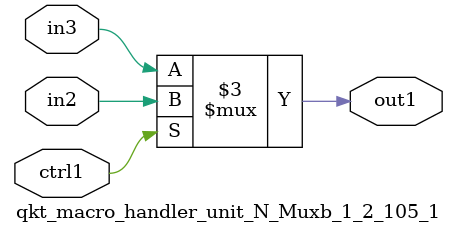
<source format=v>

`timescale 1ps / 1ps


module qkt_macro_handler_unit_N_Muxb_1_2_105_1( in3, in2, ctrl1, out1 );

    input in3;
    input in2;
    input ctrl1;
    output out1;
    reg out1;

    
    // rtl_process:qkt_macro_handler_unit_N_Muxb_1_2_105_1/qkt_macro_handler_unit_N_Muxb_1_2_105_1_thread_1
    always @*
      begin : qkt_macro_handler_unit_N_Muxb_1_2_105_1_thread_1
        case (ctrl1) 
          1'b1: 
            begin
              out1 = in2;
            end
          default: 
            begin
              out1 = in3;
            end
        endcase
      end

endmodule


</source>
